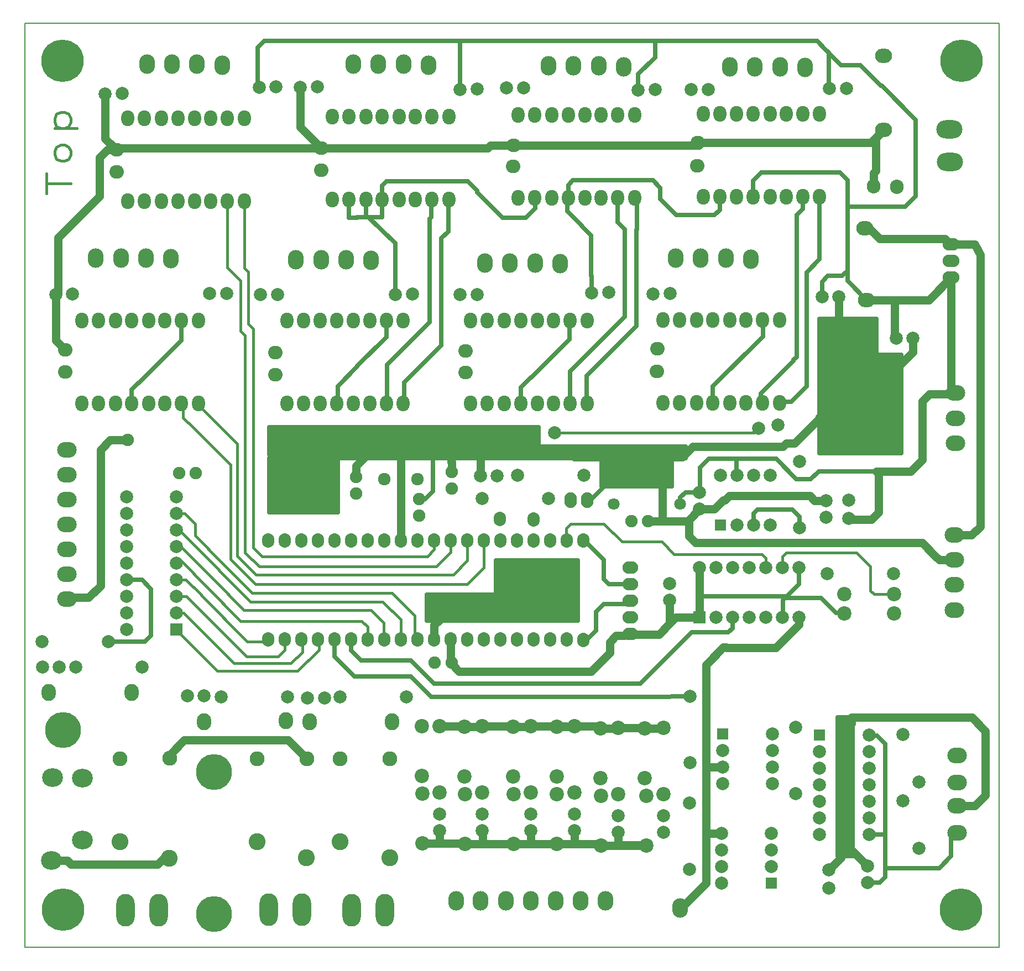
<source format=gbr>
G04 EasyPC Gerber Version 21.0.3 Build 4286 *
G04 #@! TF.Part,Single*
G04 #@! TF.FileFunction,Copper,L1,Top *
G04 #@! TF.FilePolarity,Positive *
%FSLAX45Y45*%
%MOMM*%
G04 #@! TA.AperFunction,WasherPad*
%ADD11O,1.90000X2.20000*%
%ADD27O,1.90000X2.40000*%
%ADD13O,2.40000X1.90000*%
%ADD16O,2.00000X2.40000*%
%ADD24O,2.10000X2.20000*%
%ADD25O,2.60000X1.90000*%
%ADD15O,2.20000X2.10000*%
%ADD21O,2.20000X2.60000*%
%ADD18O,2.40000X3.00000*%
%ADD23O,2.60000X2.20000*%
%ADD14O,3.00000X2.40000*%
%ADD20O,2.80000X5.00000*%
%ADD26O,3.20000X2.80000*%
%ADD22O,4.00000X2.80000*%
G04 #@! TA.AperFunction,ComponentPad*
%ADD74R,1.79500X1.79500*%
%ADD75R,1.80000X1.80000*%
%ADD76R,1.90000X1.90000*%
G04 #@! TD.AperFunction*
%ADD80C,0.12700*%
%ADD78C,0.38100*%
%ADD141C,0.40000*%
%ADD10C,0.63500*%
%ADD79C,1.27000*%
G04 #@! TA.AperFunction,ComponentPad*
%ADD73C,1.80000*%
G04 #@! TA.AperFunction,WasherPad*
%ADD12C,1.90000*%
G04 #@! TA.AperFunction,ComponentPad*
%ADD72C,1.92400*%
G04 #@! TA.AperFunction,WasherPad*
%ADD17C,2.00000*%
G04 #@! TA.AperFunction,ComponentPad*
%ADD77C,2.20000*%
G04 #@! TA.AperFunction,WasherPad*
%ADD70C,2.28600*%
%ADD71C,2.60000*%
%ADD28C,5.50000*%
%ADD19C,6.50000*%
X0Y0D02*
D02*
D10*
X1283860Y4691610D02*
X1844950D01*
X1940050Y4786710*
Y5499960*
X1803740Y5636270*
X1576670*
X1569160Y5643780*
X2406600Y9613110D02*
Y9306100D01*
X1751440Y8650940*
X1740340*
X1645360Y8555960*
Y8343110*
X3746950Y6676030D02*
X4802560D01*
Y7506570*
X3746950*
Y6676030*
G36*
X4802560*
Y7506570*
X3746950*
Y6676030*
G37*
Y7563630D02*
X7874290D01*
Y7975730*
X3746950*
Y7563630*
G36*
X7874290*
Y7975730*
X3746950*
Y7563630*
G37*
X3756460Y7506570D02*
X10121820D01*
Y7677750*
X3756460*
Y7506570*
G36*
X10121820*
Y7677750*
X3756460*
Y7506570*
G37*
X4750630Y4721630D02*
Y4461410D01*
X5052990Y4159050*
X5917040*
X6230870Y3845220*
X9877730*
X9911000Y3853160*
X10196940*
X4972300Y11468730D02*
Y11183770D01*
X5098710*
Y11190110*
X5228260*
X5481060*
Y11196450*
X5228260Y11468730D02*
Y11190110D01*
X5481060Y11468730D02*
Y11680240D01*
X5542510Y11741690*
X6791490*
X6934140Y11599040*
Y11572340*
X7322710Y11183770*
X7677750*
X7820400Y11326420*
Y11437420*
X7817620Y11440200*
Y11490920*
X5481060Y11468730D02*
Y11196450D01*
X5541960Y9606770D02*
Y9358410D01*
X5097600Y8914050*
Y8907710*
X4796450Y8606560*
Y8352500*
X4780720Y8336770*
X5684050Y10010870D02*
X5683820D01*
Y10797030*
X5262210Y11196450*
X5481060*
X6026990Y6235370D02*
X6017450Y6244910D01*
X6045200Y6878100D02*
X6139490D01*
X6254420Y6993030*
Y7598500*
X6165660Y5012440D02*
X7570880D01*
Y5411200*
X6165660*
Y5012440*
G36*
X7570880*
Y5411200*
X6165660*
Y5012440*
G37*
X6242300Y11468730D02*
X6230400D01*
Y11195340*
X6203700Y11168640*
Y9582920*
X5550910Y8930130*
Y8431310*
X5541960Y8422360*
Y8336770*
X6359150Y3393700D02*
X6361120Y3395670D01*
X6498260Y11468730D02*
X6490340D01*
Y10976120*
X6384390Y10870170*
Y9229220*
X5814020Y8658850*
Y8352870*
X5797920Y8336770*
X6671560Y13891880D02*
X3671800D01*
X3575770Y13795850*
Y13244270*
X3594790Y13225250*
Y13187210*
X6672450Y13150770D02*
Y13523580D01*
X6671560*
Y13891880*
X7224440Y5015610D02*
X8476590D01*
Y5934910*
X7224440*
Y5015610*
G36*
X8476590*
Y5934910*
X7224440*
Y5015610*
G37*
X7598620Y8336770D02*
Y8584490D01*
X7757000Y8742870*
X7766510*
X8349790Y9326150*
Y9596700*
X8359860Y9606770*
X7756570Y3391910D02*
X7758540Y3393880D01*
X7789610Y6250370D02*
X7795070Y6244910D01*
X8326380Y11490920D02*
Y11683410D01*
X8400510Y11757540*
X9624130*
X9738250Y11643420*
Y11472240*
X9985510Y11224980*
X10565620*
X10648040Y11307400*
Y11458830*
X10651600Y11462390*
Y11506770*
X8347530Y6287030D02*
X8305410Y6244910D01*
X8420480Y3391910D02*
X8422450Y3393880D01*
X8563090Y4717630D02*
X8612900D01*
X8752380Y4857110*
Y5145580*
X8872840Y5266040*
X9223260*
X9276970Y5319750*
X9282680*
X8616400Y6857630D02*
X8667700D01*
X8888690Y7078620*
X9769950*
X8685400Y10037830D02*
Y10287070D01*
X8679470Y10293000*
Y10914320*
X8536820Y11056970*
Y11066480*
X8314920Y11288380*
Y11479460*
X8326380Y11490920*
X8834800Y7072280D02*
X9912600D01*
Y7674580*
X8834800*
Y7072280*
G36*
X9912600*
Y7674580*
X8834800*
Y7072280*
G37*
X9087620Y11490920D02*
Y11114660D01*
X9193640Y11008640*
Y9668510*
X8359300Y8834170*
Y8337330*
X8359860Y8336770*
X9092520Y3366550D02*
X9094490Y3368520D01*
X9282680Y5575710D02*
X8944480D01*
X8872840Y5647350*
Y5946930*
X8620700Y6199070*
X8558210*
Y6244910*
X9343580Y11490920D02*
X9376870D01*
Y11003760*
X9371440Y10998330*
Y9529030*
X8609730Y8767320*
Y8342860*
X8615820Y8336770*
X9398650Y13144430D02*
Y13386510D01*
X9655830Y13643690*
Y13894120*
X8228440*
Y13891880*
X6671560*
X9788150Y3366550D02*
X9790120Y3368520D01*
X10044170Y6802830D02*
Y6902700D01*
X10121820Y6980350*
X10336830*
X10340550Y6976630*
X10543550Y8352620D02*
Y8600340D01*
X11310570Y9367360*
Y9616840*
X11304790Y9622620*
X10844640Y5064470D02*
Y4897760D01*
X10781140Y4834260*
X10222600*
X9435110Y4046770*
X6275250*
X5917040Y4404980*
X5152590*
X5001070Y4556500*
Y4721630*
X10904810Y7490720D02*
Y7242660D01*
X10910350Y7237120*
X10904810Y7490720D02*
X10476860D01*
X10343720Y7357580*
Y7036860*
X10340550Y7033690*
Y6976630*
X10904810Y7490720D02*
X11510280D01*
X11817770Y7183230*
X12042840*
X12163300Y7303690*
X13047730*
X10920660Y7247430D02*
X10910350Y7237120D01*
X11164350Y6475120D02*
Y6656610D01*
X11224980Y6717240*
X11757540*
X11871660Y6603120*
Y6438280*
X11865320Y6431940*
X11304790Y8352620D02*
X11278870Y8378540D01*
Y8492440*
X11779730Y8993300*
Y9005980*
X11827280Y9053530*
Y11231320*
X11916040Y11320080*
Y11506770*
X11645080Y5357310D02*
X12203000D01*
X12428070Y5132240*
X12542500*
X12552010Y5122730*
X11645080Y5357310D02*
X11613380Y5325610D01*
Y5071210*
X11606640Y5064470*
X11673610Y5385840D02*
X10336640D01*
X11673610D02*
X11645080Y5357310D01*
X11860640Y5826470D02*
Y5572870D01*
X11673610Y5385840*
X12175980Y7579480D02*
X13044560D01*
Y9633640*
X12175980*
Y7579480*
G36*
X13044560*
Y9633640*
X12175980*
Y7579480*
G37*
X12177560Y11506770D02*
Y10551780D01*
X11976270Y10350490*
Y8600220*
X11741690Y8365640*
X11573770*
X11560750Y8352620*
X12214020Y9972830D02*
X12217190D01*
Y10207410*
X12302780Y10293000*
X12524680*
X12603930Y10372250*
Y10651210*
X12279810Y13752250D02*
X12137940Y13894120D01*
X9655830*
X12324970Y13165020D02*
Y13229130D01*
X12318630Y13235470*
Y13507770*
X12315460Y13504600*
Y13716600*
X12279810Y13752250*
X12454940Y1404320D02*
X12683180D01*
Y3528220*
X12454940*
Y1404320*
G36*
X12683180*
Y3528220*
X12454940*
Y1404320*
G37*
X12603930Y10651210D02*
Y10216920D01*
X12892400Y9928450*
X12603930Y10651210D02*
Y11351880D01*
X13486240*
X13651340Y11516980*
Y12685380*
X13130640Y13206080*
X13117940*
X12800440Y13523580*
X12508480*
X12279810Y13752250*
X12603930Y11351880D02*
Y11757540D01*
X12483470Y11878000*
X11282040*
X11160360Y11756320*
Y11506770*
X12914590Y996260D02*
X13095280D01*
X13184040Y1085020*
Y1220460*
X12933610Y7576310D02*
X13424960D01*
Y9085230*
X12933610*
Y7576310*
G36*
X13424960*
Y9085230*
X12933610*
Y7576310*
G37*
X12934240Y1737200D02*
X13146000D01*
Y1739520*
X13180870*
X12934240Y3261200D02*
X12942260Y3253180D01*
X13056490*
X13180870Y3128800*
Y1739520*
X13184040Y1220460D02*
Y1508730D01*
X13180870*
Y1739520*
X14282810Y1765150D02*
X14223600D01*
X14192100Y1733650*
Y1403620*
X14008940Y1220460*
X13184040*
D02*
D11*
X3730830Y4721630D03*
X3731070Y6244910D03*
X3985450Y4721630D03*
Y6244910D03*
X4241410Y4721630D03*
Y6244910D03*
X4494210Y4721630D03*
Y6244910D03*
X4750630Y4721630D03*
Y6244910D03*
X5001070Y4721630D03*
Y6244910D03*
X5255450Y4721630D03*
Y6244910D03*
X5511410Y4721630D03*
Y6244910D03*
X5763070Y4721630D03*
Y6244910D03*
X6017450Y4721630D03*
Y6244910D03*
X6273410Y4721630D03*
Y6244910D03*
X6526210Y4721630D03*
Y6244910D03*
X6782630Y4721630D03*
Y6244910D03*
X7033070Y4721630D03*
Y6244910D03*
X7284670Y6568250D03*
X7287450Y4721630D03*
Y6244910D03*
X7543410Y4721630D03*
Y6244910D03*
X7795070Y4721630D03*
Y6244910D03*
X7798210Y6561910D03*
X8049450Y4721630D03*
Y6244910D03*
X8305410Y4721630D03*
Y6244910D03*
X8558210D03*
X8563090Y4717630D03*
D02*
D12*
X1581840Y7779190D03*
X2371170Y7275160D03*
X2627130D03*
X5078350Y6961330D03*
Y7217290D03*
X6045200Y6622140D03*
Y6878100D03*
X6285340Y4366880D03*
X6541300D03*
X6542890Y7038220D03*
Y7294180D03*
X7579480Y5487940D03*
X8185860D03*
X9296170Y6533380D03*
X9552130D03*
D02*
D13*
X9282680Y4810530D03*
Y5066950D03*
Y5319750D03*
Y5575710D03*
Y5830090D03*
D02*
D14*
X653030Y5341460D03*
Y5721860D03*
Y6105430D03*
Y6485830D03*
Y6866230D03*
Y7248530D03*
Y7630200D03*
X14242820Y5177410D03*
Y5560980D03*
Y5943760D03*
Y6324160D03*
X14258670Y7731640D03*
Y8115210D03*
Y8498780D03*
X14282140Y2177860D03*
X14282810Y1765150D03*
Y2532290D03*
X14285310Y2948170D03*
D02*
D15*
X625730Y9162780D03*
X628900Y8823590D03*
X1410910Y12223870D03*
X1414080Y11884680D03*
X3842280Y9120100D03*
X3845450Y8780910D03*
X4542620Y12252060D03*
X4545790Y11912870D03*
X6755280Y8815780D03*
X6758450Y9142290D03*
X7483040Y11969930D03*
X7490720Y12296440D03*
X9687530Y8828460D03*
X9690700Y9180330D03*
X10304340Y11982610D03*
X10307510Y12334480D03*
D02*
D16*
X882220Y8343110D03*
Y9613110D03*
X1136600Y8343110D03*
Y9613110D03*
X1392560Y8343110D03*
Y9613110D03*
X1586210Y11440540D03*
Y12710540D03*
X1645360Y8343110D03*
Y9613110D03*
X1840590Y11440540D03*
Y12710540D03*
X1901780Y8343110D03*
Y9613110D03*
X2096550Y11440540D03*
Y12710540D03*
X2152220Y8343110D03*
Y9613110D03*
X2349350Y11440540D03*
Y12710540D03*
X2406600Y8343110D03*
Y9613110D03*
X2605770Y11440540D03*
Y12710540D03*
X2662560Y8343110D03*
Y9613110D03*
X2856210Y11440540D03*
Y12710540D03*
X3110590Y11440540D03*
Y12710540D03*
X3366550Y11440540D03*
Y12710540D03*
X4017580Y8336770D03*
Y9606770D03*
X4271960Y8336770D03*
Y9606770D03*
X4527920Y8336770D03*
Y9606770D03*
X4717920Y11468730D03*
Y12738730D03*
X4780720Y8336770D03*
Y9606770D03*
X4972300Y11468730D03*
Y12738730D03*
X5037140Y8336770D03*
Y9606770D03*
X5228260Y11468730D03*
Y12738730D03*
X5287580Y8336770D03*
Y9606770D03*
X5481060Y11468730D03*
Y12738730D03*
X5541960Y8336770D03*
Y9606770D03*
X5737480Y11468730D03*
Y12738730D03*
X5797920Y8336770D03*
Y9606770D03*
X5987920Y11468730D03*
Y12738730D03*
X6242300Y11468730D03*
Y12738730D03*
X6498260Y11468730D03*
Y12738730D03*
X6835480Y8336770D03*
Y9606770D03*
X7089860Y8336770D03*
Y9606770D03*
X7345820Y8336770D03*
Y9606770D03*
X7563240Y11490920D03*
Y12760920D03*
X7598620Y8336770D03*
Y9606770D03*
X7817620Y11490920D03*
Y12760920D03*
X7855040Y8336770D03*
Y9606770D03*
X8073580Y11490920D03*
Y12760920D03*
X8105480Y8336770D03*
Y9606770D03*
X8326380Y11490920D03*
Y12760920D03*
X8359860Y8336770D03*
Y9606770D03*
X8582800Y11490920D03*
Y12760920D03*
X8615820Y8336770D03*
Y9606770D03*
X8833240Y11490920D03*
Y12760920D03*
X9087620Y11490920D03*
Y12760920D03*
X9343580Y11490920D03*
Y12760920D03*
X9780410Y8352620D03*
Y9622620D03*
X10034790Y8352620D03*
Y9622620D03*
X10290750Y8352620D03*
Y9622620D03*
X10397220Y11506770D03*
Y12776770D03*
X10543550Y8352620D03*
Y9622620D03*
X10651600Y11506770D03*
Y12776770D03*
X10799970Y8352620D03*
Y9622620D03*
X10907560Y11506770D03*
Y12776770D03*
X11050410Y8352620D03*
Y9622620D03*
X11160360Y11506770D03*
Y12776770D03*
X11304790Y8352620D03*
Y9622620D03*
X11416780Y11506770D03*
Y12776770D03*
X11560750Y8352620D03*
Y9622620D03*
X11667220Y11506770D03*
Y12776770D03*
X11916040Y11506770D03*
X11921600Y12776770D03*
X12177560Y11506770D03*
Y12776770D03*
D02*
D17*
X267860Y4691610D03*
X276280Y4303380D03*
X478270Y10012470D03*
X532240Y4303380D03*
X738620Y10017210D03*
X784280Y4303380D03*
X1239070Y13085770D03*
X1283860Y4691610D03*
X1499420Y13090510D03*
X1569160Y4881780D03*
Y5135780D03*
Y5389780D03*
Y5643780D03*
Y5897780D03*
Y6151780D03*
Y6405780D03*
Y6659780D03*
Y6913780D03*
X1800280Y4303380D03*
X2331160Y5135780D03*
Y5389780D03*
Y5643780D03*
Y5897780D03*
Y6151780D03*
Y6405780D03*
Y6659780D03*
Y6913780D03*
X2498780Y3858880D03*
X2754740D03*
X2836750Y10025150D03*
X3014950Y3842050D03*
X3097100Y10029890D03*
X3594790Y13187210D03*
X3613630Y10006130D03*
X3855140Y13191950D03*
X3873980Y10010870D03*
X4030950Y3842050D03*
X4223380Y13186550D03*
X4336840Y3825390D03*
X4483730Y13191290D03*
X4592800Y3825390D03*
X4834530Y3842050D03*
X5684050Y10010870D03*
X5850530Y3842050D03*
X5940820Y10014040D03*
X6361120Y1795630D03*
Y2051590D03*
X6672450Y13150770D03*
X6672860Y10006130D03*
X6932800Y13155510D03*
X6933210Y10010870D03*
X6986330Y7230780D03*
X7008880Y6882080D03*
X7009240Y1793840D03*
Y2049800D03*
X7237120Y7230780D03*
X7386110Y13172400D03*
X7550040Y7243460D03*
X7646460Y13177140D03*
X7758540Y1793840D03*
Y2049800D03*
X8024880Y6882080D03*
X8121550Y7890140D03*
X8422450Y1793840D03*
Y2049800D03*
X8566040Y7243460D03*
X8685400Y10037830D03*
X8945750Y10042570D03*
X9094490Y1768480D03*
Y2024440D03*
X9398650Y13144430D03*
X9623720Y10019720D03*
X9659000Y13149170D03*
X9790120Y1768480D03*
Y2024440D03*
X9882030Y5328890D03*
Y5579680D03*
X9884070Y10024460D03*
X10184240Y1204580D03*
Y2220580D03*
X10196940Y2837160D03*
Y3853160D03*
X10213340Y13147600D03*
X10336640Y5826470D03*
X10340550Y6725840D03*
Y6976630D03*
X10473690Y13152340D03*
X10590640Y5064470D03*
Y5826470D03*
X10656350Y7237120D03*
X10679540Y991020D03*
Y1245020D03*
Y1499020D03*
Y1753020D03*
X10692240Y2518770D03*
Y2772770D03*
Y3026770D03*
X10844640Y5064470D03*
Y5826470D03*
X10910350Y6475120D03*
Y7237120D03*
X11098640Y5064470D03*
Y5826470D03*
X11164350Y6475120D03*
Y7237120D03*
X11244000Y7956710D03*
X11352640Y5064470D03*
Y5826470D03*
X11418350Y6475120D03*
Y7237120D03*
X11441540Y1245020D03*
Y1499020D03*
Y1753020D03*
X11454240Y2518770D03*
Y2772770D03*
Y3026770D03*
Y3280770D03*
X11541980Y8010600D03*
X11606640Y5064470D03*
Y5826470D03*
X11809840Y2360280D03*
Y3376280D03*
X11860640Y5064470D03*
Y5826470D03*
X11865320Y6431940D03*
Y7447940D03*
X12172240Y1737200D03*
Y1991200D03*
Y2245200D03*
Y2499200D03*
Y2753200D03*
Y3007200D03*
X12204510Y8105700D03*
X12214020Y9972830D03*
X12274250Y6599950D03*
Y6850740D03*
X12296440Y5731370D03*
X12314090Y1191360D03*
X12317430Y917480D03*
X12324970Y13165020D03*
X12467620Y9976000D03*
X12585320Y13169760D03*
X12624000Y6583280D03*
Y6859890D03*
X12914590Y996260D03*
Y1252220D03*
X12934240Y1737200D03*
Y1991200D03*
Y2245200D03*
Y2499200D03*
Y2753200D03*
Y3007200D03*
Y3261200D03*
X13312440Y5731370D03*
X13348080Y9337340D03*
X13450320Y2257050D03*
Y3273050D03*
X13601250Y9337430D03*
X13700750Y1526350D03*
Y2542350D03*
D02*
D18*
X1094890Y10568790D03*
X1478460D03*
X1862030D03*
X1876650Y13536280D03*
X2245600Y10556110D03*
X2260220Y13536280D03*
X2643790D03*
X3027360Y13523600D03*
X4160280Y10543430D03*
X4543850D03*
X4927420D03*
X5038370Y13536280D03*
X5310990Y10530750D03*
X5421940Y13536280D03*
X5805510D03*
X6189080Y13523600D03*
X6608360Y721980D03*
X6985680D03*
X7053260Y10492710D03*
X7373600Y721980D03*
X7436830Y10492710D03*
X7752730Y721980D03*
X7820400Y10492710D03*
X8025110Y13510860D03*
X8136300Y721980D03*
X8203970Y10480030D03*
X8408680Y13510860D03*
X8519870Y721980D03*
X8792250Y13510860D03*
X8901540Y721980D03*
X9175820Y13498180D03*
X9972830Y10565620D03*
X10039400Y608650D03*
X10356400Y10565620D03*
X10739970D03*
X10802030Y13498180D03*
X11123540Y10552940D03*
X11185600Y13498180D03*
X11569170D03*
X11952740Y13485500D03*
D02*
D19*
X586460Y13586630D03*
X589630Y586460D03*
X14344260D03*
X14347430Y13586630D03*
D02*
D70*
X1465820Y2895730D03*
X2223450Y2906380D03*
X3564630Y2900560D03*
X4322260D03*
X4836750D03*
X5594380D03*
D02*
D71*
X1465820Y1625730D03*
X2221230Y1373790D03*
X3564630Y1630560D03*
X4320040Y1378620D03*
X4836750Y1630560D03*
X5592160Y1378620D03*
D02*
D20*
X1550140Y580120D03*
X2060480D03*
X3740880Y581440D03*
X4251220D03*
X5013000Y573780D03*
X5523340D03*
D02*
D21*
X371820Y3910480D03*
X1642990Y3916820D03*
X2751840Y3464820D03*
X4003990Y3477500D03*
X4371710Y3467990D03*
X5630200D03*
D02*
D22*
X14162530Y12538510D03*
X14172040Y12037680D03*
D02*
D23*
X12870210Y11028440D03*
X12892400Y9928450D03*
X13156040Y12531810D03*
Y13669050D03*
D02*
D24*
X13007370Y11666190D03*
X13359240Y11663020D03*
D02*
D25*
X14188930Y10270010D03*
Y10524010D03*
Y10778010D03*
D02*
D26*
X417940Y1335250D03*
X430640Y2606420D03*
X884670Y2603250D03*
X887840Y1649080D03*
D02*
D27*
X8362020Y6857630D03*
X8616400D03*
D02*
D28*
X595740Y3338180D03*
X2907140Y518780D03*
Y2690480D03*
D02*
D72*
X5509470Y7180060D03*
X6017470D03*
D02*
D73*
X9028170Y6802830D03*
X10044170D03*
D02*
D74*
X12172240Y3261200D03*
D02*
D75*
X10656350Y6475120D03*
X10692240Y3280770D03*
X11441540Y991020D03*
D02*
D76*
X2331160Y4881780D03*
X10336640Y5064470D03*
D02*
D77*
X6088500Y2631700D03*
Y3393700D03*
X6094840Y1598280D03*
Y2360280D03*
X6361120Y2379670D03*
Y3395670D03*
X6736620Y2629910D03*
Y3391910D03*
X6742960Y1596490D03*
Y2358490D03*
X7009240Y2377880D03*
Y3393880D03*
X7485920Y2629910D03*
Y3391910D03*
X7492260Y1596490D03*
Y2358490D03*
X7758540Y2377880D03*
Y3393880D03*
X8149830Y2629910D03*
Y3391910D03*
X8156170Y1596490D03*
Y2358490D03*
X8422450Y2377880D03*
Y3393880D03*
X8821870Y2604550D03*
Y3366550D03*
X8828210Y1571130D03*
Y2333130D03*
X9094490Y2352520D03*
Y3368520D03*
X9498440Y2604550D03*
Y3366550D03*
X9523840Y1571130D03*
Y2333130D03*
X9790120Y2352520D03*
Y3368520D03*
X12552010Y5122730D03*
X12553210Y5417540D03*
X13314010Y5122730D03*
X13315210Y5417540D03*
D02*
D78*
X2331160Y4881780D02*
Y4868250D01*
X2957940Y4241470*
X4184410*
X4510920Y4567980*
Y4704920*
X4494210Y4721630*
X2331160Y5135780D02*
X2437370D01*
X2523330Y5049820*
Y5047370*
X3211940Y4358760*
X4079800*
X4254150Y4533110*
Y4708890*
X4241410Y4721630*
X2331160Y5389780D02*
X2478180D01*
X2615260Y5252700*
Y5250550*
X3402440Y4463370*
X3886430*
X3987870Y4564810*
Y4719210*
X3985450Y4721630*
X2331160Y5643780D02*
X2471440D01*
X2707190Y5408030*
Y5402730*
X3415140Y4694780*
X3703980*
X3730830Y4721630*
X2331160Y5897780D02*
Y5916280D01*
X2411840*
X2787040Y5541080*
Y5534660*
X3313540Y5008160*
X5167560*
X5255870Y4919850*
Y4722050*
X5255450Y4721630*
X2331160Y6151780D02*
Y6144880D01*
X2399140*
X2892460Y5651560*
Y5649580*
X3364340Y5177700*
X5308680*
X5506300Y4980080*
Y4726740*
X5511410Y4721630*
X2331160Y6405780D02*
Y6397070D01*
X2377510*
X2982980Y5791600*
Y5786380*
X3465940Y5303420*
X5487280*
X5763070Y5027630*
Y4721630*
X2331160Y6659780D02*
X2450820D01*
X2615040Y6495560*
Y6314650*
X3033960Y5895730*
Y5891060*
X3485500Y5439520*
X5630140*
X5978630Y5091030*
Y4760450*
X6017450Y4721630*
X6273410Y6244910D02*
Y6102230D01*
X6168830Y5997650*
X3637180*
X3504040Y6130790*
Y9484980*
X3427840Y9561180*
Y10353230*
X3366550Y10414520*
Y11440540*
X6526210Y6244910D02*
Y6060220D01*
X6305140Y5839150*
X3593870*
X3377040Y6055980*
Y9383380*
X3313540Y9446880*
Y10216920*
X3110590Y10419870*
Y11440540*
X6782630Y6244910D02*
Y5936240D01*
X6565080Y5718690*
X3547240*
X3261940Y6003990*
Y7719680*
X2666700Y8314920*
X2634370*
X2662560Y8343110*
X7033070Y6244910D02*
Y5825300D01*
X6783810Y5576040*
X3534560*
X3157330Y5953270*
Y7398410*
X2513440Y8042300*
X2507480*
X2425060Y8124720*
Y8324650*
X2406600Y8343110*
X8121550Y7890140D02*
X11177430D01*
X11244000Y7956710*
X11352640Y5826470D02*
Y5973090D01*
X11296380Y6029350*
X9950640*
X9757270Y6222720*
X9148630*
X8876010Y6495340*
X8365640*
X8299070Y6428770*
Y6251250*
X8305410Y6244910*
X13315210Y5417540D02*
X13012860D01*
X12955800Y5474600*
Y5840420*
X12740240Y6055980*
X11670140*
X11606740Y5992580*
Y5826570*
X11606640Y5826470*
D02*
D79*
X417940Y1335250D02*
X655620D01*
X710090Y1280780*
X2039370*
X2132380Y1373790*
X2221230*
X478270Y10012470D02*
Y9310240D01*
X625730Y9162780*
X1239070Y13085770D02*
Y12395710D01*
X1410910Y12223870*
X1271520*
X1153890Y12106240*
Y11516790*
X633840Y10996740*
X630840*
X513550Y10879450*
Y10047750*
X478270Y10012470*
X1581840Y7779190D02*
X1313060D01*
X1167240Y7633370*
Y5550680*
X983380Y5366820*
X678390*
X653030Y5341460*
X2223450Y2906380D02*
Y2959290D01*
X2449940Y3185780*
X4037040*
X4322260Y2900560*
X4223380Y13186550D02*
Y12571300D01*
X4542620Y12252060*
X1332660*
X1360850Y12223870*
X1410910*
X4542620Y12252060D02*
X5798660D01*
X5800180Y12253580*
X7091300*
X7134160Y12296440*
X7490720*
X5078350Y7217290D02*
Y7386110D01*
X5290740Y7598500*
X6254420*
X5763070Y6244910D02*
Y7506570D01*
X6089450Y1598280D02*
X6741170D01*
X6742960Y1596490*
X6094840Y1598280D02*
X6089450D01*
X6254420Y7598500D02*
X6539340D01*
X6273410Y4721630D02*
Y4941760D01*
X6378960Y5047310*
X8084420*
X8173180Y5136070*
Y5326270*
X8185860Y5338950*
Y5487940*
X6361120Y1795630D02*
Y1598280D01*
X6089450*
X6361120Y3395670D02*
X6732860D01*
X6736620Y3391910*
X6526210Y4721630D02*
Y4381970D01*
X6541300Y4366880*
X6539340Y7598500D02*
X6755240D01*
Y7573340*
X6983840*
X6541300Y4366880D02*
Y4351750D01*
X6657920Y4235130*
X8676300*
X8961600Y4520430*
Y4684770*
X9060370Y4783540*
X9185620*
X9212610Y4810530*
X9282680*
X6542890Y7294180D02*
Y7446340D01*
X6539340*
Y7598500*
X6736620Y3391910D02*
X7007270D01*
X7009240Y3393880*
X6742960Y1596490D02*
X6905810D01*
X7492260*
X6983840Y7573340D02*
X8422700D01*
Y7522420*
X9769950*
X6986330Y7230780D02*
Y7389480D01*
X6983840*
Y7573340*
X7009240Y1793840D02*
X7021940D01*
Y1596490*
X6905810*
X7009240Y3393880D02*
X7483950D01*
X7485920Y3391910*
X7756570*
X7490720Y12296440D02*
X10331640D01*
X10322130Y12334480*
X10307510*
X7492260Y1596490D02*
X7758540D01*
X8156170*
X7758540Y1793840D02*
Y1596490D01*
Y3393880D02*
X8298640D01*
X8296670Y3391910*
X8149830*
X8420480*
X8156170Y1596490D02*
X8422450D01*
X8802850*
X8828210Y1571130*
X8422450Y1793840D02*
Y1596490D01*
Y3393880D02*
X8794540D01*
X8821870Y3366550*
X9092520*
X8828210Y1571130D02*
X9555290D01*
X9094490Y1768480D02*
Y1572880D01*
X9555290*
Y1571130*
X9094490Y3368520D02*
X9496470D01*
X9498440Y3366550*
X9788150*
X9790120Y3368520*
X9552130Y6533380D02*
X9769950D01*
X9555290Y1571130D02*
X9523840D01*
X9769950Y6533380D02*
Y7078620D01*
Y6533380D02*
X10172540D01*
X9769950Y7078620D02*
Y7522420D01*
X10077440*
X10235940Y7680920*
X11618060*
X11668780Y7731640*
X11789240*
X12163300Y8105700*
X12204510*
X9878670Y4967140D02*
X9716060Y4804530D01*
X9645120*
X9643150Y4802560*
X9366730*
X9358760Y4810530*
X9282680*
X9882030Y5328890D02*
Y4970500D01*
X9878670Y4967140*
X10172540Y6533380D02*
Y6305140D01*
X10273980Y6203700*
X13748300*
X13946430Y6005580*
X14008250Y5943760*
X14242820*
X10172540Y6533380D02*
Y6557830D01*
X10340550Y6725840*
X10307510Y12334480D02*
X12958710D01*
X13156040Y12531810*
X10336640Y5064470D02*
X9976000D01*
X9878670Y4967140*
X10336640Y5385840D02*
Y5064470D01*
Y5826470D02*
Y5385840D01*
X10340550Y6725840D02*
X10567880D01*
X10698760Y6856720*
X10727290*
X10793860Y6923290*
X12028010*
X12100560Y6850740*
X12274250*
X10438240Y1753020D02*
Y989050D01*
X10057840Y608650*
X10039400*
X10438240Y3404590D02*
Y1753020D01*
Y3404590D02*
Y4339780D01*
X10704480Y4606020*
X10739970*
X10749480Y4596510*
X11503940*
X11860640Y4953210*
Y5064470*
X10438240Y3404590D02*
Y2757970D01*
X10440260*
X10455060Y2772770*
X10692240*
X10679540Y1753020D02*
X10438240D01*
X12467620Y9976000D02*
Y9440270D01*
X12505660Y1483570D02*
Y1382930D01*
X12314090Y1191360*
X12610270Y8837970D02*
Y8511460D01*
X12204510Y8105700*
X12624000Y6583280D02*
X12629290D01*
Y6564260*
X12974000*
X13079430Y6669690*
Y7303690*
X13047730*
X12660990Y1508930D02*
Y1505820D01*
X12914590Y1252220*
X12870210Y11028440D02*
X12936780D01*
X13098450Y10866770*
X14100170*
X14188930Y10778010*
X12892400Y9928450D02*
X13488360D01*
X13047730Y7303690D02*
X13573950D01*
X13751470Y7481210*
Y8378320*
X13859250Y8486100*
X14245990*
X14258670Y8498780*
X13156040Y12531810D02*
Y12520280D01*
X13041740Y12405980*
Y11903090*
X13007370Y11868720*
Y11666190*
X13488360Y9928450D02*
X13339370D01*
X13326690Y9915770*
Y9331000*
X13348080Y9337340*
X13488360Y9928450D02*
X13847370D01*
X14188930Y10270010*
X13601250Y9337430D02*
Y9128380D01*
X13272800Y8799930*
X14188930Y10270010D02*
Y8568520D01*
X14258670Y8498780*
X14242820Y6324160D02*
X14505930D01*
X14635900Y6454130*
Y10619510*
X14639070*
X14553110Y10778010*
X14188930*
X14282140Y2177860D02*
X14556710D01*
X14718320Y2339470*
Y3319460*
X14509100Y3528680*
X12664160*
Y3439460*
D02*
D80*
X6350Y6350D02*
X14927540D01*
Y14163570*
X6350*
Y6350*
D02*
D141*
X711440Y11710910D02*
X336440D01*
Y11554660D02*
Y11867160D01*
X617690Y12054660D02*
X680190Y12085910D01*
X711440Y12148410*
Y12210910*
X680190Y12273410*
X617690Y12304660*
X555190*
X492690Y12273410*
X461440Y12210910*
Y12148410*
X492690Y12085910*
X555190Y12054660*
X617690*
X461440Y12554660D02*
X805190D01*
X617690D02*
X680190Y12585910D01*
X711440Y12648410*
Y12710910*
X680190Y12773410*
X617690Y12804660*
X555190*
X492690Y12773410*
X461440Y12710910*
Y12648410*
X492690Y12585910*
X555190Y12554660*
X617690*
X0Y0D02*
M02*

</source>
